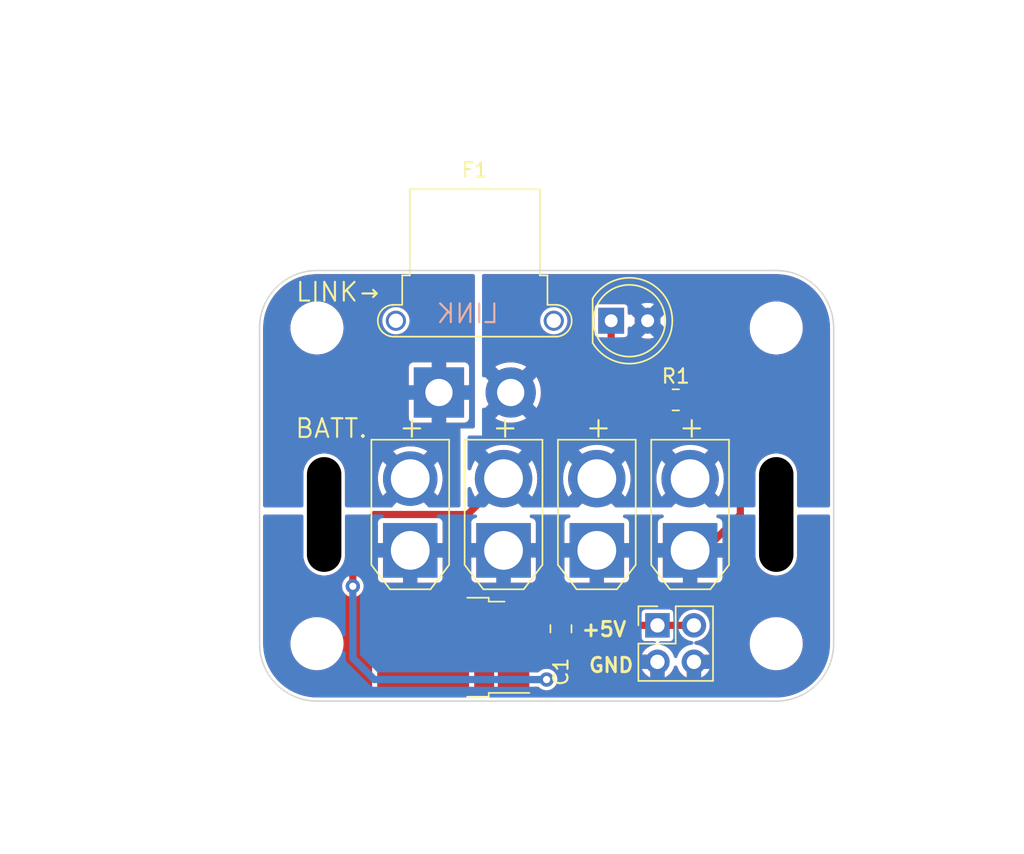
<source format=kicad_pcb>
(kicad_pcb (version 20210424) (generator pcbnew)
  (title_block (date "2021-05-20"))
  (layers (0 "F.Cu" signal) (31 "B.Cu" signal) (34 "B.Paste" user) (35 "F.Paste" user) (36 "B.SilkS" user "B.Silkscreen") (37 "F.SilkS" user "F.Silkscreen") (38 "B.Mask" user) (39 "F.Mask" user) (44 "Edge.Cuts" user))
  (net 0 "")
  (net 1 "/B+IN")
  (net 2 "/B+")
  (net 3 "Net-(D1-Pad1)")
  (net 4 "/GND")
  (net 5 "+5V")
  (footprint "beetlepower-xt30:XT30U-M" (layer "F.Cu") (at 92.5 83.5 90)
    (fp_text reference "J1" hide)
    (fp_text value "Battery" hide)
    (fp_text user "+" (at 8.5 0 90) (layer "F.SilkS") (effects (font (size 1.5 1.5))))
    (fp_line (start -1.01 2.71) (end 7.71 2.71) (layer "F.SilkS") (width 0.12))
    (fp_line (start 7.71 -2.71) (end 7.71 2.71) (layer "F.SilkS") (width 0.12))
    (fp_line (start -2.71 -1.41) (end -1.01 -2.71) (layer "F.SilkS") (width 0.12))
    (fp_line (start -2.71 -1.41) (end -2.71 1.41) (layer "F.SilkS") (width 0.12))
    (fp_line (start -2.71 1.41) (end -1.01 2.71) (layer "F.SilkS") (width 0.12))
    (fp_line (start -1.01 -2.71) (end 7.71 -2.71) (layer "F.SilkS") (width 0.12))
    (pad "1" thru_hole rect locked (at 0 0 90) (size 3.8 3.8) (drill 2.7) (layers *.Cu *.Mask) (net 4 "/GND"))
    (pad "2" thru_hole circle locked (at 5 0 90) (size 3.8 3.8) (drill 2.7) (layers *.Cu *.Mask) (net 1 "/B+IN"))
  )
  (footprint "Connector_AMASS:AMASS_XT30PW-F_1x02_P2.50mm_Horizontal" (layer "F.Cu") (at 94.5 72.5)
    (fp_text reference "F1" (at 2.5 -15.5) (layer "F.SilkS"))
    (fp_text value "Link")
    (fp_line (start -2.56 -8.16) (end -2.03 -8.16) (layer "F.SilkS") (width 0.12))
    (fp_line (start -2.03 -14.16) (end 7 -14.16) (layer "F.SilkS") (width 0.12))
    (fp_line (start -3.26 -3.89) (end 8.26 -3.89) (layer "F.SilkS") (width 0.12))
    (fp_line (start 7.03 -8.16) (end 7.56 -8.16) (layer "F.SilkS") (width 0.12))
    (fp_line (start 7.56 -8.16) (end 7.56 -6.11) (layer "F.SilkS") (width 0.12))
    (fp_line (start -3.26 -6.11) (end -2.56 -6.11) (layer "F.SilkS") (width 0.12))
    (fp_line (start 7.03 -14.16) (end 7.03 -8.16) (layer "F.SilkS") (width 0.12))
    (fp_line (start 7.56 -6.11) (end 8.26 -6.11) (layer "F.SilkS") (width 0.12))
    (fp_line (start -2.56 -8.16) (end -2.56 -6.11) (layer "F.SilkS") (width 0.12))
    (fp_line (start -2.03 -14.16) (end -2.03 -8.16) (layer "F.SilkS") (width 0.12))
    (fp_arc (start -3.15 -5) (end -3.15 -6.11) (angle -171.1) (layer "F.SilkS") (width 0.12))
    (fp_arc (start 8.15 -5) (end 8.15 -3.89) (angle -180) (layer "F.SilkS") (width 0.12))
    (pad "" thru_hole circle locked (at 8 -5) (size 1.4 1.4) (drill 1) (layers *.Cu *.Mask))
    (pad "" thru_hole circle locked (at -3 -5 90) (size 1.4 1.4) (drill 1) (layers *.Cu *.Mask))
    (pad "1" thru_hole rect locked (at 0 0) (size 3.5 3.5) (drill 1.9) (layers *.Cu *.Mask) (net 1 "/B+IN"))
    (pad "2" thru_hole circle locked (at 5 0) (size 3.5 3.5) (drill 1.9) (layers *.Cu *.Mask) (net 2 "/B+"))
  )
  (footprint "Resistor_SMD:R_0805_2012Metric_Pad1.20x1.40mm_HandSolder" (layer "F.Cu") (at 111 73.012)
    (fp_text reference "R1" (at 0 -1.65) (layer "F.SilkS"))
    (fp_text value "1.5k")
    (fp_line (start -0.227064 -0.735) (end 0.227064 -0.735) (layer "F.SilkS") (width 0.12))
    (fp_line (start -0.227064 0.735) (end 0.227064 0.735) (layer "F.SilkS") (width 0.12))
    (pad "1" smd roundrect locked (at -1 0) (size 1.2 1.4) (layers "F.Cu" "F.Paste" "F.Mask") (roundrect_rratio 0.208333) (net 3 "Net-(D1-Pad1)"))
    (pad "2" smd roundrect locked (at 1 0) (size 1.2 1.4) (layers "F.Cu" "F.Paste" "F.Mask") (roundrect_rratio 0.208333) (net 4 "/GND"))
  )
  (footprint "MountingHole:MountingHole_3.2mm_M3" (layer "F.Cu") (at 118 68)
    (fp_text reference "H3" hide)
    (fp_text value "MountingHole" hide)
    (pad "1" np_thru_hole circle locked (at 0 0) (size 3.2 3.2) (drill 3.2) (layers *.Cu *.Mask))
  )
  (footprint "beetlepower-xt30:cabletie_slot" (layer "F.Cu") (at 86.5 81)
    (fp_text reference "H6" hide)
    (fp_text value "Slot" hide)
    (pad "" np_thru_hole oval (at 0 0) (size 2.4 8) (drill oval 2.4 8) (layers *.Mask))
  )
  (footprint "Capacitor_SMD:C_0805_2012Metric_Pad1.18x1.45mm_HandSolder" (layer "F.Cu") (at 103 88.9625 -90)
    (fp_text reference "C1" (at 3 0 90) (layer "F.SilkS"))
    (fp_text value "2.2uf")
    (fp_line (start -0.261252 0.735) (end 0.261252 0.735) (layer "F.SilkS") (width 0.12))
    (fp_line (start -0.261252 -0.735) (end 0.261252 -0.735) (layer "F.SilkS") (width 0.12))
    (pad "1" smd roundrect locked (at -1.0375 0 270) (size 1.175 1.45) (layers "F.Cu" "F.Paste" "F.Mask") (roundrect_rratio 0.212766) (net 5 "+5V"))
    (pad "2" smd roundrect locked (at 1.0375 0 270) (size 1.175 1.45) (layers "F.Cu" "F.Paste" "F.Mask") (roundrect_rratio 0.212766) (net 4 "/GND"))
  )
  (footprint "MountingHole:MountingHole_3.2mm_M3" (layer "F.Cu") (at 86 68)
    (fp_text reference "H1" hide)
    (fp_text value "MountingHole" hide)
    (pad "1" np_thru_hole circle locked (at 0 0) (size 3.2 3.2) (drill 3.2) (layers *.Cu *.Mask))
  )
  (footprint "MountingHole:MountingHole_3.2mm_M3" (layer "F.Cu") (at 86 90)
    (fp_text reference "H2" hide)
    (fp_text value "MountingHole" hide)
    (pad "1" np_thru_hole circle locked (at 0 0) (size 3.2 3.2) (drill 3.2) (layers *.Cu *.Mask))
  )
  (footprint "beetlepower-xt30:XT30U-F" (layer "F.Cu") (at 99 83.5 90)
    (fp_text reference "J2" hide)
    (fp_text value "OUT2" hide)
    (fp_text user "+" (at 8.5 0 90) (layer "F.SilkS") (effects (font (size 1.5 1.5))))
    (fp_line (start -1.01 -2.71) (end 7.71 -2.71) (layer "F.SilkS") (width 0.12))
    (fp_line (start 7.71 -2.71) (end 7.71 2.71) (layer "F.SilkS") (width 0.12))
    (fp_line (start -2.71 1.41) (end -1.01 2.71) (layer "F.SilkS") (width 0.12))
    (fp_line (start -1.01 2.71) (end 7.71 2.71) (layer "F.SilkS") (width 0.12))
    (fp_line (start -2.71 -1.41) (end -1.01 -2.71) (layer "F.SilkS") (width 0.12))
    (fp_line (start -2.71 -1.41) (end -2.71 1.41) (layer "F.SilkS") (width 0.12))
    (pad "1" thru_hole rect locked (at 0 0 90) (size 3.8 3.8) (drill 2.7) (layers *.Cu *.Mask) (net 4 "/GND"))
    (pad "2" thru_hole circle locked (at 5 0 90) (size 4 4) (drill 2.7) (layers *.Cu *.Mask) (net 2 "/B+"))
  )
  (footprint "Connector_PinHeader_2.54mm:PinHeader_2x02_P2.54mm_Vertical" (layer "F.Cu") (at 109.725 88.725)
    (fp_text reference "J5" hide)
    (fp_text value "becout")
    (fp_line (start 1.27 -1.33) (end 3.87 -1.33) (layer "F.SilkS") (width 0.12))
    (fp_line (start -1.33 -1.33) (end 0 -1.33) (layer "F.SilkS") (width 0.12))
    (fp_line (start 3.87 -1.33) (end 3.87 3.87) (layer "F.SilkS") (width 0.12))
    (fp_line (start -1.33 1.27) (end 1.27 1.27) (layer "F.SilkS") (width 0.12))
    (fp_line (start -1.33 1.27) (end -1.33 3.87) (layer "F.SilkS") (width 0.12))
    (fp_line (start -1.33 3.87) (end 3.87 3.87) (layer "F.SilkS") (width 0.12))
    (fp_line (start -1.33 0) (end -1.33 -1.33) (layer "F.SilkS") (width 0.12))
    (fp_line (start 1.27 1.27) (end 1.27 -1.33) (layer "F.SilkS") (width 0.12))
    (pad "1" thru_hole rect locked (at 0 0) (size 1.7 1.7) (drill 1) (layers *.Cu *.Mask) (net 5 "+5V"))
    (pad "2" thru_hole oval locked (at 2.54 0) (size 1.7 1.7) (drill 1) (layers *.Cu *.Mask) (net 5 "+5V"))
    (pad "3" thru_hole oval locked (at 0 2.54) (size 1.7 1.7) (drill 1) (layers *.Cu *.Mask) (net 4 "/GND"))
    (pad "4" thru_hole oval locked (at 2.54 2.54) (size 1.7 1.7) (drill 1) (layers *.Cu *.Mask) (net 4 "/GND"))
  )
  (footprint "beetlepower-xt30:XT30U-F" (layer "F.Cu") (at 105.5 83.5 90)
    (fp_text reference "J3" hide)
    (fp_text value "OUT3" hide)
    (fp_text user "+" (at 8.5 0 90) (layer "F.SilkS") (effects (font (size 1.5 1.5))))
    (fp_line (start -1.01 -2.71) (end 7.71 -2.71) (layer "F.SilkS") (width 0.12))
    (fp_line (start -2.71 -1.41) (end -2.71 1.41) (layer "F.SilkS") (width 0.12))
    (fp_line (start -2.71 1.41) (end -1.01 2.71) (layer "F.SilkS") (width 0.12))
    (fp_line (start -2.71 -1.41) (end -1.01 -2.71) (layer "F.SilkS") (width 0.12))
    (fp_line (start 7.71 -2.71) (end 7.71 2.71) (layer "F.SilkS") (width 0.12))
    (fp_line (start -1.01 2.71) (end 7.71 2.71) (layer "F.SilkS") (width 0.12))
    (pad "1" thru_hole rect locked (at 0 0 90) (size 3.8 3.8) (drill 2.7) (layers *.Cu *.Mask) (net 4 "/GND"))
    (pad "2" thru_hole circle locked (at 5 0 90) (size 4 4) (drill 2.7) (layers *.Cu *.Mask) (net 2 "/B+"))
  )
  (footprint "beetlepower-xt30:cabletie_slot" (layer "F.Cu") (at 118 81)
    (fp_text reference "H5" hide)
    (fp_text value "Slot")
    (pad "" np_thru_hole oval (at 0 0) (size 2.4 8) (drill oval 2.4 8) (layers *.Mask))
  )
  (footprint "MountingHole:MountingHole_3.2mm_M3" (layer "F.Cu") (at 118 90)
    (fp_text reference "H4" hide)
    (fp_text value "MountingHole" hide)
    (pad "1" np_thru_hole circle locked (at 0 0) (size 3.2 3.2) (drill 3.2) (layers *.Cu *.Mask))
  )
  (footprint "beetlepower-xt30:XT30U-F" (layer "F.Cu") (at 112 83.5 90)
    (fp_text reference "J4" hide)
    (fp_text value "OUT4" hide)
    (fp_text user "+" (at 8.5 0 90) (layer "F.SilkS") (effects (font (size 1.5 1.5))))
    (fp_line (start -2.71 -1.41) (end -2.71 1.41) (layer "F.SilkS") (width 0.12))
    (fp_line (start 7.71 -2.71) (end 7.71 2.71) (layer "F.SilkS") (width 0.12))
    (fp_line (start -1.01 -2.71) (end 7.71 -2.71) (layer "F.SilkS") (width 0.12))
    (fp_line (start -2.71 -1.41) (end -1.01 -2.71) (layer "F.SilkS") (width 0.12))
    (fp_line (start -2.71 1.41) (end -1.01 2.71) (layer "F.SilkS") (width 0.12))
    (fp_line (start -1.01 2.71) (end 7.71 2.71) (layer "F.SilkS") (width 0.12))
    (pad "1" thru_hole rect locked (at 0 0 90) (size 3.8 3.8) (drill 2.7) (layers *.Cu *.Mask) (net 4 "/GND"))
    (pad "2" thru_hole circle locked (at 5 0 90) (size 4 4) (drill 2.7) (layers *.Cu *.Mask) (net 2 "/B+"))
  )
  (footprint "LED_THT:LED_D5.0mm" (layer "F.Cu") (at 106.5 67.5)
    (fp_text reference "D1" hide)
    (fp_text value "LED" hide)
    (fp_line (start -1.29 -1.545) (end -1.29 1.545) (layer "F.SilkS") (width 0.12))
    (fp_arc (start 1.27 0) (end -1.29 -1.54483) (angle 148.9) (layer "F.SilkS") (width 0.12))
    (fp_arc (start 1.27 0) (end -1.29 1.54483) (angle -148.9) (layer "F.SilkS") (width 0.12))
    (fp_circle (center 1.27 0) (end 3.77 0) (layer "F.SilkS") (width 0.12) (fill none))
    (pad "1" thru_hole rect locked (at 0 0) (size 1.8 1.8) (drill 0.9) (layers *.Cu *.Mask) (net 3 "Net-(D1-Pad1)"))
    (pad "2" thru_hole circle locked (at 2.54 0) (size 1.8 1.8) (drill 0.9) (layers *.Cu *.Mask) (net 2 "/B+"))
  )
  (footprint "Package_TO_SOT_SMD:TO-252-3_TabPin2" (layer "F.Cu") (at 95.5 90.25 180)
    (fp_text reference "U1" hide)
    (fp_text value "MC7805")
    (fp_line (start -2.47 -3.18) (end -5.3 -3.18) (layer "F.SilkS") (width 0.12))
    (fp_line (start -0.97 -3.45) (end -2.47 -3.45) (layer "F.SilkS") (width 0.12))
    (fp_line (start -0.97 3.45) (end -2.47 3.45) (layer "F.SilkS") (width 0.12))
    (fp_line (start -2.47 3.18) (end -3.57 3.18) (layer "F.SilkS") (width 0.12))
    (fp_line (start -2.47 -3.45) (end -2.47 -3.18) (layer "F.SilkS") (width 0.12))
    (fp_line (start -2.47 3.45) (end -2.47 3.18) (layer "F.SilkS") (width 0.12))
    (pad "1" smd rect locked (at -4.2 -2.28 180) (size 2.2 1.2) (layers "F.Cu" "F.Paste" "F.Mask") (net 2 "/B+"))
    (pad "2" smd rect locked (at 2.1 0 180) (size 6.4 5.8) (layers "F.Cu" "F.Mask") (net 4 "/GND"))
    (pad "2" smd rect locked (at -4.2 0 180) (size 2.2 1.2) (layers "F.Cu" "F.Paste" "F.Mask") (net 4 "/GND"))
    (pad "3" smd rect locked (at -4.2 2.28 180) (size 2.2 1.2) (layers "F.Cu" "F.Paste" "F.Mask") (net 5 "+5V"))
  )
  (gr_line (start 82 90) (end 82 68) (layer "Edge.Cuts") (width 0.1))
  (gr_line (start 122 68) (end 122 90) (layer "Edge.Cuts") (width 0.1))
  (gr_line (start 118 94) (end 86 94) (layer "Edge.Cuts") (width 0.1))
  (gr_arc (start 118 68) (end 118 64) (angle 90) (layer "Edge.Cuts") (width 0.1))
  (gr_arc (start 86 68) (end 82 68) (angle 90) (layer "Edge.Cuts") (width 0.1))
  (gr_arc (start 118 90) (end 122 90) (angle 90) (layer "Edge.Cuts") (width 0.1))
  (gr_arc (start 86 90) (end 86 94) (angle 90) (layer "Edge.Cuts") (width 0.1))
  (gr_line (start 86 64) (end 118 64) (layer "Edge.Cuts") (width 0.1))
  (gr_text "LINK" (at 96.5 67) (layer "B.SilkS") (effects (font (size 1.3 1.3)) (justify mirror)))
  (gr_text "+5V" (at 106 89) (layer "F.SilkS") (effects (font (size 1 1) (thickness 0.2))))
  (gr_text "GND" (at 106.5 91.5) (layer "F.SilkS") (effects (font (size 1 1) (thickness 0.2))))
  (gr_text "BATT." (at 87 75) (layer "F.SilkS") (effects (font (size 1.3 1.3))))
  (gr_text "LINK→" (at 87.5 65.5) (layer "F.SilkS") (effects (font (size 1.3 1.3))))
  (segment (start 102 92.5) (end 99.73 92.5) (width 0.5) (layer "F.Cu") (net 2))
  (segment (start 96.5 81) (end 90 81) (width 0.5) (layer "F.Cu") (net 2))
  (segment (start 88.5 82.5) (end 88.5 86) (width 0.5) (layer "F.Cu") (net 2))
  (segment (start 90 81) (end 88.5 82.5) (width 0.5) (layer "F.Cu") (net 2))
  (segment (start 99 78.5) (end 96.5 81) (width 0.5) (layer "F.Cu") (net 2))
  (segment (start 99.73 92.5) (end 99.7 92.53) (width 0.5) (layer "F.Cu") (net 2))
  (via (at 88.5 86) (size 1) (drill 0.5) (layers "F.Cu" "B.Cu") (net 2))
  (via (at 102 92.5) (size 1) (drill 0.5) (layers "F.Cu" "B.Cu") (net 2))
  (segment (start 88.5 86) (end 88.5 91) (width 0.5) (layer "B.Cu") (net 2))
  (segment (start 90 92.5) (end 102 92.5) (width 0.5) (layer "B.Cu") (net 2))
  (segment (start 88.5 91) (end 90 92.5) (width 0.5) (layer "B.Cu") (net 2))
  (segment (start 106.5 67.5) (end 106.5 69.512) (width 0.5) (layer "F.Cu") (net 3))
  (segment (start 106.5 69.512) (end 110 73.012) (width 0.5) (layer "F.Cu") (net 3))
  (segment (start 115.5 81) (end 115.5 75) (width 0.5) (layer "F.Cu") (net 4))
  (segment (start 113 83.5) (end 115.5 81) (width 0.5) (layer "F.Cu") (net 4))
  (segment (start 113.512 73.012) (end 112 73.012) (width 0.5) (layer "F.Cu") (net 4))
  (segment (start 115.5 75) (end 113.512 73.012) (width 0.5) (layer "F.Cu") (net 4))
  (segment (start 112 83.5) (end 113 83.5) (width 0.5) (layer "F.Cu") (net 4))
  (segment (start 103 87.925) (end 106.425 87.925) (width 0.5) (layer "F.Cu") (net 5))
  (segment (start 107.225 88.725) (end 109.725 88.725) (width 0.5) (layer "F.Cu") (net 5))
  (segment (start 102.955 87.97) (end 103 87.925) (width 0.5) (layer "F.Cu") (net 5))
  (segment (start 99.7 87.97) (end 102.955 87.97) (width 0.5) (layer "F.Cu") (net 5))
  (segment (start 109.725 88.725) (end 112.265 88.725) (width 0.5) (layer "F.Cu") (net 5))
  (segment (start 106.425 87.925) (end 107.225 88.725) (width 0.5) (layer "F.Cu") (net 5))
  (zone (net 2) (net_name "/B+") (layers F&B.Cu) (connect_pads (clearance 0.25)) (min_thickness 0.254) (fill yes (thermal_gap 0.35) (thermal_bridge_width 1))
    (polygon (pts (xy 122 80.5) (xy 96.5 80.5) (xy 96.5 75.5) (xy 97.5 75.5) (xy 97.5 64) (xy 122 64)))
  )
  (zone (net 4) (net_name "/GND") (layers F&B.Cu) (connect_pads (clearance 0.25)) (min_thickness 0.254) (fill yes (thermal_gap 0.35) (thermal_bridge_width 1))
    (polygon (pts (xy 122 94) (xy 81 94) (xy 81 81) (xy 122 81)))
  )
  (zone (net 1) (net_name "/B+IN") (layers F&B.Cu) (connect_pads (clearance 0.25)) (min_thickness 0.254) (fill yes (thermal_gap 0.35) (thermal_bridge_width 1))
    (polygon (pts (xy 97 75) (xy 96 75) (xy 96 80.5) (xy 80.5 80.5) (xy 80.5 64) (xy 97 64)))
  )
)
</source>
